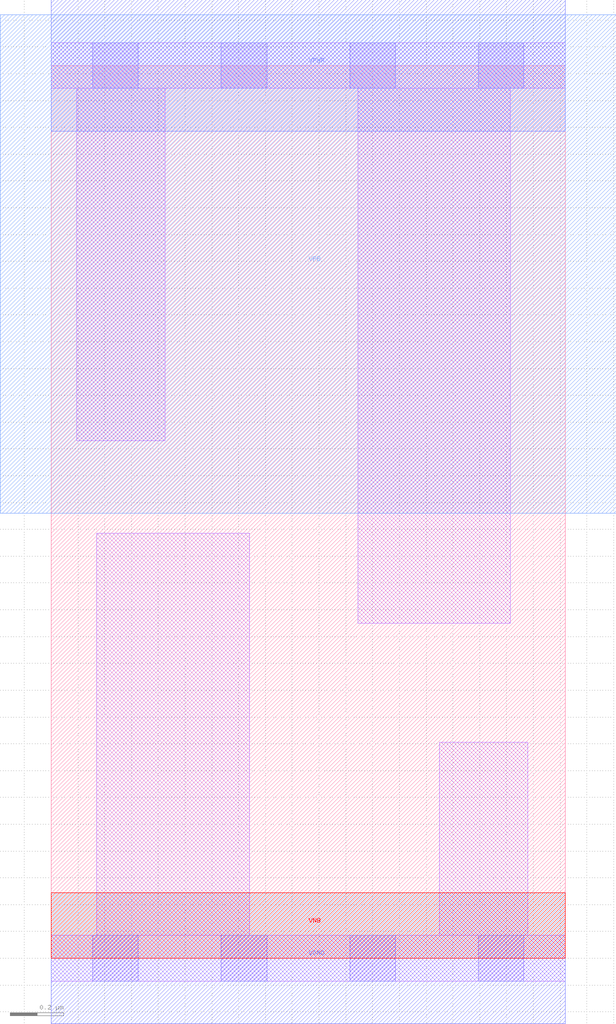
<source format=lef>
# Copyright 2020 The SkyWater PDK Authors
#
# Licensed under the Apache License, Version 2.0 (the "License");
# you may not use this file except in compliance with the License.
# You may obtain a copy of the License at
#
#     https://www.apache.org/licenses/LICENSE-2.0
#
# Unless required by applicable law or agreed to in writing, software
# distributed under the License is distributed on an "AS IS" BASIS,
# WITHOUT WARRANTIES OR CONDITIONS OF ANY KIND, either express or implied.
# See the License for the specific language governing permissions and
# limitations under the License.
#
# SPDX-License-Identifier: Apache-2.0

VERSION 5.7 ;
  NOWIREEXTENSIONATPIN ON ;
  DIVIDERCHAR "/" ;
  BUSBITCHARS "[]" ;
MACRO sky130_fd_sc_ms__decap_4
  CLASS CORE ;
  FOREIGN sky130_fd_sc_ms__decap_4 ;
  ORIGIN  0.000000  0.000000 ;
  SIZE  1.920000 BY  3.330000 ;
  SYMMETRY X Y ;
  SITE unit ;
  PIN VGND
    DIRECTION INOUT ;
    USE GROUND ;
    PORT
      LAYER met1 ;
        RECT 0.000000 -0.245000 1.920000 0.245000 ;
    END
  END VGND
  PIN VNB
    DIRECTION INOUT ;
    USE GROUND ;
    PORT
      LAYER pwell ;
        RECT 0.000000 0.000000 1.920000 0.245000 ;
    END
  END VNB
  PIN VPB
    DIRECTION INOUT ;
    USE POWER ;
    PORT
      LAYER nwell ;
        RECT -0.190000 1.660000 2.110000 3.520000 ;
    END
  END VPB
  PIN VPWR
    DIRECTION INOUT ;
    USE POWER ;
    PORT
      LAYER met1 ;
        RECT 0.000000 3.085000 1.920000 3.575000 ;
    END
  END VPWR
  OBS
    LAYER li1 ;
      RECT 0.000000 -0.085000 1.920000 0.085000 ;
      RECT 0.000000  3.245000 1.920000 3.415000 ;
      RECT 0.095000  1.930000 0.425000 3.245000 ;
      RECT 0.170000  0.085000 0.740000 1.585000 ;
      RECT 1.145000  1.250000 1.715000 3.245000 ;
      RECT 1.450000  0.085000 1.780000 0.805000 ;
    LAYER mcon ;
      RECT 0.155000 -0.085000 0.325000 0.085000 ;
      RECT 0.155000  3.245000 0.325000 3.415000 ;
      RECT 0.635000 -0.085000 0.805000 0.085000 ;
      RECT 0.635000  3.245000 0.805000 3.415000 ;
      RECT 1.115000 -0.085000 1.285000 0.085000 ;
      RECT 1.115000  3.245000 1.285000 3.415000 ;
      RECT 1.595000 -0.085000 1.765000 0.085000 ;
      RECT 1.595000  3.245000 1.765000 3.415000 ;
  END
END sky130_fd_sc_ms__decap_4
END LIBRARY

</source>
